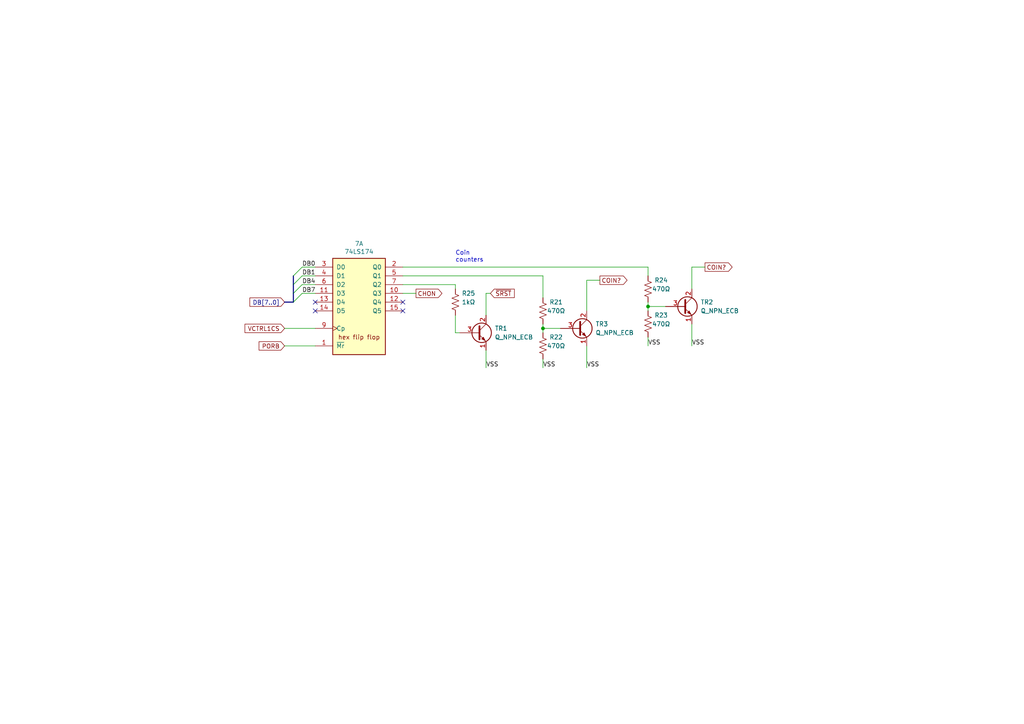
<source format=kicad_sch>
(kicad_sch (version 20211123) (generator eeschema)
  (paper "A4")
  (lib_symbols
    (symbol "Device:Q_NPN_ECB" (pin_names (offset 0) hide)
      (property "Reference" "Q" (at 5.08 1.27 0))
      (property "Value" "Q_NPN_ECB" (at 5.08 -1.27 0))
      (symbol "Q_NPN_ECB_0_1"
        (polyline (pts (xy 0.635 0.635) (xy 2.54 2.54)))
        (polyline (pts (xy 0.635 -0.635) (xy 2.54 -2.54) (xy 2.54 -2.54)))
        (polyline (pts (xy 0.635 1.905) (xy 0.635 -1.905) (xy 0.635 -1.905)) (stroke (width 0.508)))
        (polyline (pts (xy 1.27 -1.778) (xy 1.778 -1.27) (xy 2.286 -2.286) (xy 1.27 -1.778) (xy 1.27 -1.778)) (fill (type outline)))
        (circle (center 1.27 0) (radius 2.8194) (stroke (width 0.254)))
      )
      (symbol "Q_NPN_ECB_1_1"
        (pin passive line (at 2.54 -5.08 90) (length 2.54) (name "E") (number "1"))
        (pin passive line (at 2.54 5.08 270) (length 2.54) (name "C") (number "2"))
        (pin passive line (at -5.08 0 0) (length 5.715) (name "B") (number "3"))
      )
    )
    (symbol "Device:R_US" (pin_numbers hide) (pin_names (offset 0))
      (property "Reference" "R" (at 2.54 0 90))
      (property "Value" "R_US" (at -2.54 0 90))
      (symbol "R_US_0_1"
        (polyline (pts (xy 0 -2.286) (xy 0 -2.54)))
        (polyline (pts (xy 0 2.286) (xy 0 2.54)))
        (polyline (pts (xy 0 -0.762) (xy 1.016 -1.143) (xy 0 -1.524) (xy -1.016 -1.905) (xy 0 -2.286)))
        (polyline (pts (xy 0 0.762) (xy 1.016 0.381) (xy 0 0) (xy -1.016 -0.381) (xy 0 -0.762)))
        (polyline (pts (xy 0 2.286) (xy 1.016 1.905) (xy 0 1.524) (xy -1.016 1.143) (xy 0 0.762)))
      )
      (symbol "R_US_1_1"
        (pin passive line (at 0 3.81 270) (length 1.27) (name "~") (number "1"))
        (pin passive line (at 0 -3.81 90) (length 1.27) (name "~") (number "2"))
      )
    )
    (symbol "jt74:74LS174" (pin_names (offset 1.016))
      (property "Reference" "U" (at 5.08 -12.7 0))
      (property "Value" "74LS174" (at 0 -5.08 0))
      (symbol "74LS174_0_0"
        (text "hex flip flop" (at 0 -10.16 0) (effects (font (size 1.27 1.27))))
      )
      (symbol "74LS174_1_0"
        (pin input line (at -12.7 -12.7 0) (length 5.08) (name "~{Mr}") (number "1"))
        (pin output line (at 12.7 2.54 180) (length 5.08) (name "Q3") (number "10"))
        (pin input line (at -12.7 2.54 0) (length 5.08) (name "D3") (number "11"))
        (pin output line (at 12.7 0 180) (length 5.08) (name "Q4") (number "12"))
        (pin input line (at -12.7 0 0) (length 5.08) (name "D4") (number "13"))
        (pin input line (at -12.7 -2.54 0) (length 5.08) (name "D5") (number "14"))
        (pin output line (at 12.7 -2.54 180) (length 5.08) (name "Q5") (number "15"))
        (pin output line (at 12.7 10.16 180) (length 5.08) (name "Q0") (number "2"))
        (pin input line (at -12.7 10.16 0) (length 5.08) (name "D0") (number "3"))
        (pin input line (at -12.7 7.62 0) (length 5.08) (name "D1") (number "4"))
        (pin output line (at 12.7 7.62 180) (length 5.08) (name "Q1") (number "5"))
        (pin input line (at -12.7 5.08 0) (length 5.08) (name "D2") (number "6"))
        (pin output line (at 12.7 5.08 180) (length 5.08) (name "Q2") (number "7"))
        (pin input clock (at -12.7 -7.62 0) (length 5.08) (name "Cp") (number "9"))
      )
      (symbol "74LS174_1_1"
        (rectangle (start -7.62 12.7) (end 7.62 -15.24) (stroke (width 0.254)) (fill (type background)))
      )
    )
  )
  (junction (at 187.96 88.9))
  (junction (at 157.48 95.25))
  (no_connect (at 116.84 87.63))
  (no_connect (at 91.44 90.17))
  (no_connect (at 116.84 90.17))
  (no_connect (at 91.44 87.63))
  (bus_entry (at 85.09 80.01) (size 2.54 -2.54))
  (bus_entry (at 85.09 82.55) (size 2.54 -2.54))
  (bus_entry (at 85.09 87.63) (size 2.54 -2.54))
  (bus_entry (at 85.09 85.09) (size 2.54 -2.54))
  (wire (pts (xy 187.96 88.9) (xy 193.04 88.9)))
  (wire (pts (xy 157.48 93.98) (xy 157.48 95.25)))
  (wire (pts (xy 173.99 81.28) (xy 170.18 81.28)))
  (wire (pts (xy 157.48 80.01) (xy 157.48 86.36)))
  (wire (pts (xy 132.08 91.44) (xy 132.08 96.52)))
  (wire (pts (xy 91.44 82.55) (xy 87.63 82.55)))
  (wire (pts (xy 187.96 77.47) (xy 187.96 80.01)))
  (wire (pts (xy 116.84 77.47) (xy 187.96 77.47)))
  (wire (pts (xy 91.44 100.33) (xy 82.55 100.33)))
  (wire (pts (xy 187.96 88.9) (xy 187.96 90.17)))
  (wire (pts (xy 157.48 104.14) (xy 157.48 106.68)))
  (wire (pts (xy 140.97 101.6) (xy 140.97 106.68)))
  (bus (pts (xy 85.09 82.55) (xy 85.09 85.09)))
  (wire (pts (xy 132.08 96.52) (xy 133.35 96.52)))
  (wire (pts (xy 157.48 95.25) (xy 162.56 95.25)))
  (wire (pts (xy 116.84 82.55) (xy 132.08 82.55)))
  (wire (pts (xy 204.47 77.47) (xy 200.66 77.47)))
  (wire (pts (xy 82.55 95.25) (xy 91.44 95.25)))
  (bus (pts (xy 85.09 80.01) (xy 85.09 82.55)))
  (wire (pts (xy 157.48 95.25) (xy 157.48 96.52)))
  (wire (pts (xy 142.24 85.09) (xy 140.97 85.09)))
  (wire (pts (xy 87.63 80.01) (xy 91.44 80.01)))
  (wire (pts (xy 116.84 80.01) (xy 157.48 80.01)))
  (wire (pts (xy 116.84 85.09) (xy 120.65 85.09)))
  (wire (pts (xy 132.08 82.55) (xy 132.08 83.82)))
  (wire (pts (xy 200.66 83.82) (xy 200.66 77.47)))
  (bus (pts (xy 82.55 87.63) (xy 85.09 87.63)))
  (wire (pts (xy 187.96 87.63) (xy 187.96 88.9)))
  (bus (pts (xy 85.09 85.09) (xy 85.09 87.63)))
  (wire (pts (xy 187.96 97.79) (xy 187.96 100.33)))
  (wire (pts (xy 140.97 85.09) (xy 140.97 91.44)))
  (wire (pts (xy 87.63 77.47) (xy 91.44 77.47)))
  (wire (pts (xy 91.44 85.09) (xy 87.63 85.09)))
  (wire (pts (xy 170.18 100.33) (xy 170.18 106.68)))
  (wire (pts (xy 200.66 93.98) (xy 200.66 100.33)))
  (wire (pts (xy 170.18 90.17) (xy 170.18 81.28)))
  (text "Coin\ncounters" (at 132.08 76.2 0) (effects (font (size 1.2446 1.2446)) (justify left bottom)))
  (label "VSS" (at 187.96 100.33 0) (effects (font (size 1.2446 1.2446))))
  (label "DB7" (at 87.63 85.09 0) (effects (font (size 1.2446 1.2446))))
  (label "VSS" (at 140.97 106.68 0) (effects (font (size 1.2446 1.2446))))
  (label "VSS" (at 170.18 106.68 0) (effects (font (size 1.2446 1.2446))))
  (label "DB0" (at 87.63 77.47 0) (effects (font (size 1.2446 1.2446))))
  (label "VSS" (at 200.66 100.33 0) (effects (font (size 1.2446 1.2446))))
  (label "VSS" (at 157.48 106.68 0) (effects (font (size 1.2446 1.2446))))
  (label "DB1" (at 87.63 80.01 0) (effects (font (size 1.2446 1.2446))))
  (label "DB4" (at 87.63 82.55 0) (effects (font (size 1.2446 1.2446))))
  (global_label "VCTRL1CS" (shape input) (at 82.55 95.25 180) (effects (font (size 1.2446 1.2446))) (property "Referencias entre hojas" "${INTERSHEET_REFS}" (effects hide)))
  (global_label "~{SRST}" (shape input) (at 142.24 85.09 0) (effects (font (size 1.2446 1.2446))) (property "Referencias entre hojas" "${INTERSHEET_REFS}" (effects hide)))
  (global_label "DB[7..0]" (shape input) (at 82.55 87.63 180) (effects (font (size 1.2446 1.2446))) (property "Referencias entre hojas" "${INTERSHEET_REFS}" (effects hide)))
  (global_label "CHON" (shape output) (at 120.65 85.09 0) (effects (font (size 1.2446 1.2446))) (property "Referencias entre hojas" "${INTERSHEET_REFS}" (effects hide)))
  (global_label "PORB" (shape input) (at 82.55 100.33 180) (effects (font (size 1.2446 1.2446))) (property "Referencias entre hojas" "${INTERSHEET_REFS}" (effects hide)))
  (global_label "COIN?" (shape output) (at 204.47 77.47 0) (effects (font (size 1.2446 1.2446))) (property "Referencias entre hojas" "${INTERSHEET_REFS}" (effects hide)))
  (global_label "COIN?" (shape output) (at 173.99 81.28 0) (effects (font (size 1.2446 1.2446))) (property "Referencias entre hojas" "${INTERSHEET_REFS}" (effects hide)))
  (symbol (lib_id "Device:R_US") (at 187.96 93.98 0) (unit 1)
    (property "Reference" "R23" (at 191.77 91.44 0))
    (property "Value" "470Ω" (at 191.77 93.98 0))
  )
  (symbol (lib_id "Device:R_US") (at 187.96 83.82 0) (unit 1)
    (property "Reference" "R24" (at 191.77 81.28 0))
    (property "Value" "470Ω" (at 191.77 83.82 0))
  )
  (symbol (lib_id "Device:R_US") (at 132.08 87.63 0) (unit 1)
    (property "Reference" "R25" (at 135.89 85.09 0))
    (property "Value" "1kΩ" (at 135.89 87.63 0))
  )
  (symbol (lib_id "Device:R_US") (at 157.48 90.17 0) (unit 1)
    (property "Reference" "R21" (at 161.29 87.63 0))
    (property "Value" "470Ω" (at 161.29 90.17 0))
  )
  (symbol (lib_id "Device:Q_NPN_ECB") (at 167.64 95.25 0) (unit 1)
    (property "Reference" "TR3" (at 172.72 93.98 0) (effects (justify left)))
    (property "Value" "Q_NPN_ECB" (at 172.72 96.52 0) (effects (justify left)))
  )
  (symbol (lib_id "Device:R_US") (at 157.48 100.33 0) (unit 1)
    (property "Reference" "R22" (at 161.29 97.79 0))
    (property "Value" "470Ω" (at 161.29 100.33 0))
  )
  (symbol (lib_id "Device:Q_NPN_ECB") (at 198.12 88.9 0) (unit 1)
    (property "Reference" "TR2" (at 203.2 87.63 0) (effects (justify left)))
    (property "Value" "Q_NPN_ECB" (at 203.2 90.17 0) (effects (justify left)))
  )
  (symbol (lib_id "jt74:74LS174") (at 104.14 87.63 0) (unit 1)
    (property "Reference" "7A" (at 104.14 70.6882 0))
    (property "Value" "74LS174" (at 104.14 72.9996 0))
    (property "Datasheet" "http://www.ti.com/lit/gpn/sn74LS174" (effects hide))
  )
  (symbol (lib_id "Device:Q_NPN_ECB") (at 138.43 96.52 0) (unit 1)
    (property "Reference" "TR1" (at 143.51 95.25 0) (effects (justify left)))
    (property "Value" "Q_NPN_ECB" (at 143.51 97.79 0) (effects (justify left)))
  )
)
</source>
